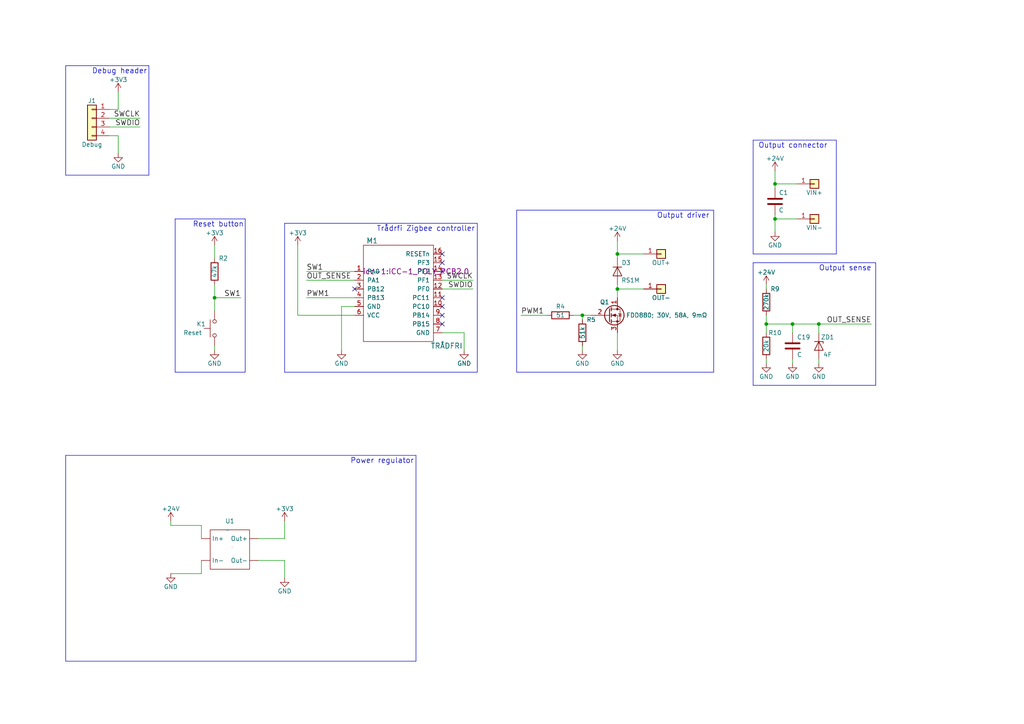
<source format=kicad_sch>
(kicad_sch (version 20230121) (generator eeschema)
  (paper "A4")
  (title_block (title "ICPSLC24-10NA") (date "2018-06-11"))
  (lib_symbols
    (symbol "DC_DC:24_to_3v3"
      (property "Reference" "U" (at 0 2.54 0))
      (symbol "24_to_3v3_0_1"
        (rectangle (start -5.08 0) (end 6.35 -11.43))
        (rectangle (start 1.27 -5.08) (end 1.27 -5.08))
      )
      (symbol "24_to_3v3_1_1"
        (pin power_in line (at -7.62 -2.54 0) (length 2.54) (name "In+") (number ""))
        (pin power_in line (at -7.62 -8.89 0) (length 2.54) (name "In-") (number ""))
        (pin power_out line (at 8.89 -2.54 180) (length 2.54) (name "Out+") (number ""))
        (pin power_out line (at 8.89 -8.89 180) (length 2.54) (name "Out-") (number ""))
      )
    )
    (symbol "ICPSLC24-10NA:+24V" (power) (pin_names (offset 0))
      (property "Value" "+24V" (at 0 3.556 0))
      (symbol "+24V_0_1"
        (polyline (pts (xy -0.762 1.27) (xy 0 2.54)))
        (polyline (pts (xy 0 0) (xy 0 2.54)))
        (polyline (pts (xy 0 2.54) (xy 0.762 1.27)))
      )
      (symbol "+24V_1_1"
        (pin power_in line (at 0 0 90) (length 0) hide (name "+24V") (number "1"))
      )
    )
    (symbol "ICPSLC24-10NA:+3V3" (power) (pin_names (offset 0))
      (property "Value" "+3V3" (at 0 3.556 0))
      (symbol "+3V3_0_1"
        (polyline (pts (xy -0.762 1.27) (xy 0 2.54)))
        (polyline (pts (xy 0 0) (xy 0 2.54)))
        (polyline (pts (xy 0 2.54) (xy 0.762 1.27)))
      )
      (symbol "+3V3_1_1"
        (pin power_in line (at 0 0 90) (length 0) hide (name "+3V3") (number "1"))
      )
    )
    (symbol "ICPSLC24-10NA:C" (pin_numbers hide) (pin_names (offset 0.254))
      (property "Reference" "C" (at 0.635 2.54 0))
      (property "Value" "C" (at 0.635 -2.54 0))
      (symbol "C_0_1"
        (polyline (pts (xy -2.032 -0.762) (xy 2.032 -0.762)) (stroke (width 0.508)))
        (polyline (pts (xy -2.032 0.762) (xy 2.032 0.762)) (stroke (width 0.508)))
      )
      (symbol "C_1_1"
        (pin passive line (at 0 3.81 270) (length 2.794) (name "~") (number "1"))
        (pin passive line (at 0 -3.81 90) (length 2.794) (name "~") (number "2"))
      )
    )
    (symbol "ICPSLC24-10NA:Conn_01x01" (pin_names (offset 1.016) hide)
      (property "Reference" "J" (at 0 2.54 0))
      (property "Value" "Conn_01x01" (at 0 -2.54 0))
      (symbol "Conn_01x01_1_1"
        (rectangle (start -1.27 0.127) (end 0 -0.127) (stroke (width 0.1524)))
        (rectangle (start -1.27 1.27) (end 1.27 -1.27) (stroke (width 0.254)) (fill (type background)))
        (pin passive line (at -5.08 0 0) (length 3.81) (name "Pin_1") (number "1"))
      )
    )
    (symbol "ICPSLC24-10NA:Conn_01x04" (pin_names (offset 1.016) hide)
      (property "Reference" "J" (at 0 5.08 0))
      (property "Value" "Conn_01x04" (at 0 -7.62 0))
      (symbol "Conn_01x04_1_1"
        (rectangle (start -1.27 -4.953) (end 0 -5.207) (stroke (width 0.1524)))
        (rectangle (start -1.27 -2.413) (end 0 -2.667) (stroke (width 0.1524)))
        (rectangle (start -1.27 0.127) (end 0 -0.127) (stroke (width 0.1524)))
        (rectangle (start -1.27 2.667) (end 0 2.413) (stroke (width 0.1524)))
        (rectangle (start -1.27 3.81) (end 1.27 -6.35) (stroke (width 0.254)) (fill (type background)))
        (pin passive line (at -5.08 2.54 0) (length 3.81) (name "Pin_1") (number "1"))
        (pin passive line (at -5.08 0 0) (length 3.81) (name "Pin_2") (number "2"))
        (pin passive line (at -5.08 -2.54 0) (length 3.81) (name "Pin_3") (number "3"))
        (pin passive line (at -5.08 -5.08 0) (length 3.81) (name "Pin_4") (number "4"))
      )
    )
    (symbol "ICPSLC24-10NA:D" (pin_numbers hide) (pin_names (offset 1.016) hide)
      (property "Reference" "D" (at 0 2.54 0))
      (property "Value" "D" (at 0 -2.54 0))
      (symbol "D_0_1"
        (polyline (pts (xy -1.27 1.27) (xy -1.27 -1.27)) (stroke (width 0.2032)))
        (polyline (pts (xy 1.27 0) (xy -1.27 0)))
        (polyline (pts (xy 1.27 1.27) (xy 1.27 -1.27) (xy -1.27 0) (xy 1.27 1.27)) (stroke (width 0.2032)))
      )
      (symbol "D_1_1"
        (pin passive line (at -3.81 0 0) (length 2.54) (name "K") (number "1"))
        (pin passive line (at 3.81 0 180) (length 2.54) (name "A") (number "2"))
      )
    )
    (symbol "ICPSLC24-10NA:D_Zener" (pin_numbers hide) (pin_names (offset 1.016) hide)
      (property "Reference" "D" (at 0 2.54 0))
      (property "Value" "D_Zener" (at 0 -2.54 0))
      (symbol "D_Zener_0_1"
        (polyline (pts (xy 1.27 0) (xy -1.27 0)))
        (polyline (pts (xy -1.27 -1.27) (xy -1.27 1.27) (xy -0.762 1.27)) (stroke (width 0.2032)))
        (polyline (pts (xy 1.27 -1.27) (xy 1.27 1.27) (xy -1.27 0) (xy 1.27 -1.27)) (stroke (width 0.2032)))
      )
      (symbol "D_Zener_1_1"
        (pin passive line (at -3.81 0 0) (length 2.54) (name "K") (number "1"))
        (pin passive line (at 3.81 0 180) (length 2.54) (name "A") (number "2"))
      )
    )
    (symbol "ICPSLC24-10NA:GND" (power) (pin_names (offset 0))
      (property "Value" "GND" (at 0 -3.81 0))
      (symbol "GND_0_1"
        (polyline (pts (xy 0 0) (xy 0 -1.27) (xy 1.27 -1.27) (xy 0 -2.54) (xy -1.27 -1.27) (xy 0 -1.27)))
      )
      (symbol "GND_1_1"
        (pin power_in line (at 0 0 270) (length 0) hide (name "GND") (number "1"))
      )
    )
    (symbol "ICPSLC24-10NA:Q_NMOS_DGS" (pin_names (offset 0) hide)
      (property "Reference" "Q" (at 5.08 1.27 0))
      (property "Value" "Q_NMOS_DGS" (at 5.08 -1.27 0))
      (symbol "Q_NMOS_DGS_0_1"
        (polyline (pts (xy 0.0508 0) (xy 0.254 0)))
        (polyline (pts (xy 0.762 -1.778) (xy 2.54 -1.778)))
        (polyline (pts (xy 0.762 -1.27) (xy 0.762 -2.286)) (stroke (width 0.254)))
        (polyline (pts (xy 0.762 0) (xy 2.54 0)))
        (polyline (pts (xy 0.762 0.508) (xy 0.762 -0.508)) (stroke (width 0.254)))
        (polyline (pts (xy 0.762 1.778) (xy 2.54 1.778)))
        (polyline (pts (xy 0.762 2.286) (xy 0.762 1.27)) (stroke (width 0.254)))
        (polyline (pts (xy 2.54 -1.778) (xy 2.54 -2.54)))
        (polyline (pts (xy 2.54 -1.778) (xy 2.54 0)))
        (polyline (pts (xy 2.54 2.54) (xy 2.54 1.778)))
        (polyline (pts (xy 0.254 1.905) (xy 0.254 -1.905) (xy 0.254 -1.905)) (stroke (width 0.254)))
        (polyline (pts (xy 1.016 0) (xy 2.032 0.381) (xy 2.032 -0.381) (xy 1.016 0)) (fill (type outline)))
        (polyline (pts (xy 2.54 -1.778) (xy 3.302 -1.778) (xy 3.302 1.778) (xy 2.54 1.778)))
        (polyline (pts (xy 2.794 0.508) (xy 2.921 0.381) (xy 3.683 0.381) (xy 3.81 0.254)))
        (polyline (pts (xy 3.302 0.381) (xy 2.921 -0.254) (xy 3.683 -0.254) (xy 3.302 0.381)))
        (circle (center 1.651 0) (radius 2.8194) (stroke (width 0.254)))
        (circle (center 2.54 -1.778) (radius 0.2794) (fill (type outline)))
        (circle (center 2.54 1.778) (radius 0.2794) (fill (type outline)))
      )
      (symbol "Q_NMOS_DGS_1_1"
        (pin passive line (at 2.54 5.08 270) (length 2.54) (name "D") (number "1"))
        (pin input line (at -5.08 0 0) (length 5.08) (name "G") (number "2"))
        (pin passive line (at 2.54 -5.08 90) (length 2.54) (name "S") (number "3"))
      )
    )
    (symbol "ICPSLC24-10NA:R" (pin_numbers hide) (pin_names (offset 0))
      (property "Reference" "R" (at 2.032 0 90))
      (property "Value" "R" (at 0 0 90))
      (symbol "R_0_1"
        (rectangle (start -1.016 -2.54) (end 1.016 2.54) (stroke (width 0.254)))
      )
      (symbol "R_1_1"
        (pin passive line (at 0 3.81 270) (length 1.27) (name "~") (number "1"))
        (pin passive line (at 0 -3.81 90) (length 1.27) (name "~") (number "2"))
      )
    )
    (symbol "ICPSLC24-10NA:SW_Push" (pin_numbers hide) (pin_names (offset 1.016) hide)
      (property "Reference" "SW" (at 1.27 2.54 0))
      (property "Value" "SW_Push" (at 0 -1.524 0))
      (symbol "SW_Push_0_1"
        (circle (center -2.032 0) (radius 0.508))
        (polyline (pts (xy 0 1.27) (xy 0 3.048)))
        (polyline (pts (xy 2.54 1.27) (xy -2.54 1.27)))
        (circle (center 2.032 0) (radius 0.508))
        (pin passive line (at -5.08 0 0) (length 2.54) (name "1") (number "1"))
        (pin passive line (at 5.08 0 180) (length 2.54) (name "2") (number "2"))
      )
    )
    (symbol "ICPSLC24-10NA:TRADFRI" (pin_names (offset 1.016))
      (property "Reference" "U" (at -12.7 8.89 0))
      (property "Value" "TRADFRI" (at 0 8.89 0))
      (symbol "TRADFRI_0_1"
        (rectangle (start -15.24 7.62) (end 5.08 -20.32))
      )
      (symbol "TRADFRI_1_1"
        (pin passive line (at -17.78 0 0) (length 2.54) (name "PA0") (number "1"))
        (pin passive line (at 7.62 -10.16 180) (length 2.54) (name "PC10") (number "10"))
        (pin passive line (at 7.62 -7.62 180) (length 2.54) (name "PC11") (number "11"))
        (pin passive line (at 7.62 -5.08 180) (length 2.54) (name "PF0") (number "12"))
        (pin passive line (at 7.62 -2.54 180) (length 2.54) (name "PF1") (number "13"))
        (pin passive line (at 7.62 0 180) (length 2.54) (name "PF2") (number "14"))
        (pin passive line (at 7.62 2.54 180) (length 2.54) (name "PF3") (number "15"))
        (pin passive line (at 7.62 5.08 180) (length 2.54) (name "RESETn") (number "16"))
        (pin passive line (at -17.78 -2.54 0) (length 2.54) (name "PA1") (number "2"))
        (pin passive line (at -17.78 -5.08 0) (length 2.54) (name "PB12") (number "3"))
        (pin passive line (at -17.78 -7.62 0) (length 2.54) (name "PB13") (number "4"))
        (pin power_out line (at -17.78 -10.16 0) (length 2.54) (name "GND") (number "5"))
        (pin power_in line (at -17.78 -12.7 0) (length 2.54) (name "VCC") (number "6"))
        (pin power_out line (at 7.62 -17.78 180) (length 2.54) (name "GND") (number "7"))
        (pin passive line (at 7.62 -15.24 180) (length 2.54) (name "PB15") (number "8"))
        (pin passive line (at 7.62 -12.7 180) (length 2.54) (name "PB14") (number "9"))
      )
    )
  )
  (junction (at 179.07 73.66))
  (junction (at 224.79 63.5))
  (junction (at 222.25 93.98))
  (junction (at 237.49 93.98))
  (junction (at 62.23 86.36))
  (junction (at 224.79 53.34))
  (junction (at 168.91 91.44))
  (junction (at 229.87 93.98))
  (junction (at 179.07 83.82))
  (no_connect (at 128.27 73.66))
  (no_connect (at 102.87 83.82))
  (no_connect (at 128.27 91.44))
  (no_connect (at 128.27 88.9))
  (no_connect (at 128.27 86.36))
  (no_connect (at 128.27 93.98))
  (no_connect (at 128.27 78.74))
  (no_connect (at 128.27 76.2))
  (wire (pts (xy 222.25 93.98) (xy 222.25 96.52)))
  (wire (pts (xy 158.75 91.44) (xy 151.13 91.44)))
  (wire (pts (xy 224.79 63.5) (xy 224.79 67.31)))
  (polyline (pts (xy 43.18 19.05) (xy 19.05 19.05)))
  (polyline (pts (xy 218.44 40.64) (xy 242.57 40.64)))
  (polyline (pts (xy 149.86 107.95) (xy 149.86 60.96)))
  (wire (pts (xy 62.23 82.55) (xy 62.23 86.36)))
  (wire (pts (xy 179.07 82.55) (xy 179.07 83.82)))
  (wire (pts (xy 58.42 166.37) (xy 58.42 162.56)))
  (polyline (pts (xy 218.44 73.66) (xy 242.57 73.66)))
  (wire (pts (xy 99.06 88.9) (xy 99.06 101.6)))
  (wire (pts (xy 179.07 83.82) (xy 186.69 83.82)))
  (wire (pts (xy 86.36 91.44) (xy 86.36 71.12)))
  (wire (pts (xy 168.91 91.44) (xy 171.45 91.44)))
  (wire (pts (xy 229.87 104.14) (xy 229.87 105.41)))
  (wire (pts (xy 40.64 34.29) (xy 31.75 34.29)))
  (wire (pts (xy 179.07 73.66) (xy 179.07 74.93)))
  (wire (pts (xy 222.25 104.14) (xy 222.25 105.41)))
  (polyline (pts (xy 254 111.76) (xy 218.44 111.76)))
  (polyline (pts (xy 149.86 60.96) (xy 207.01 60.96)))
  (wire (pts (xy 49.53 166.37) (xy 58.42 166.37)))
  (wire (pts (xy 34.29 39.37) (xy 34.29 44.45)))
  (wire (pts (xy 128.27 96.52) (xy 134.62 96.52)))
  (wire (pts (xy 231.14 53.34) (xy 224.79 53.34)))
  (wire (pts (xy 166.37 91.44) (xy 168.91 91.44)))
  (polyline (pts (xy 82.55 107.95) (xy 82.55 64.77)))
  (wire (pts (xy 82.55 156.21) (xy 82.55 151.13)))
  (polyline (pts (xy 19.05 191.77) (xy 120.65 191.77)))
  (polyline (pts (xy 43.18 50.8) (xy 43.18 19.05)))
  (polyline (pts (xy 71.12 107.95) (xy 50.8 107.95)))
  (wire (pts (xy 74.93 162.56) (xy 82.55 162.56)))
  (wire (pts (xy 222.25 93.98) (xy 229.87 93.98)))
  (wire (pts (xy 224.79 62.23) (xy 224.79 63.5)))
  (wire (pts (xy 231.14 63.5) (xy 224.79 63.5)))
  (polyline (pts (xy 254 76.2) (xy 254 111.76)))
  (wire (pts (xy 49.53 152.4) (xy 58.42 152.4)))
  (wire (pts (xy 134.62 96.52) (xy 134.62 101.6)))
  (polyline (pts (xy 207.01 107.95) (xy 149.86 107.95)))
  (polyline (pts (xy 19.05 132.08) (xy 19.05 191.77)))
  (wire (pts (xy 102.87 91.44) (xy 86.36 91.44)))
  (polyline (pts (xy 50.8 63.5) (xy 71.12 63.5)))
  (wire (pts (xy 88.9 78.74) (xy 102.87 78.74)))
  (wire (pts (xy 237.49 104.14) (xy 237.49 105.41)))
  (wire (pts (xy 168.91 92.71) (xy 168.91 91.44)))
  (polyline (pts (xy 71.12 63.5) (xy 71.12 107.95)))
  (polyline (pts (xy 207.01 60.96) (xy 207.01 107.95)))
  (wire (pts (xy 49.53 151.13) (xy 49.53 152.4)))
  (polyline (pts (xy 82.55 64.77) (xy 138.43 64.77)))
  (wire (pts (xy 179.07 69.85) (xy 179.07 73.66)))
  (wire (pts (xy 34.29 39.37) (xy 31.75 39.37)))
  (wire (pts (xy 62.23 86.36) (xy 62.23 90.17)))
  (wire (pts (xy 82.55 162.56) (xy 82.55 167.64)))
  (wire (pts (xy 224.79 49.53) (xy 224.79 53.34)))
  (wire (pts (xy 88.9 86.36) (xy 102.87 86.36)))
  (wire (pts (xy 237.49 96.52) (xy 237.49 93.98)))
  (wire (pts (xy 224.79 53.34) (xy 224.79 54.61)))
  (wire (pts (xy 128.27 83.82) (xy 137.16 83.82)))
  (wire (pts (xy 102.87 81.28) (xy 88.9 81.28)))
  (polyline (pts (xy 19.05 50.8) (xy 43.18 50.8)))
  (wire (pts (xy 237.49 93.98) (xy 252.73 93.98)))
  (polyline (pts (xy 242.57 73.66) (xy 242.57 40.64)))
  (wire (pts (xy 62.23 100.33) (xy 62.23 101.6)))
  (polyline (pts (xy 218.44 40.64) (xy 218.44 73.66)))
  (wire (pts (xy 229.87 93.98) (xy 237.49 93.98)))
  (wire (pts (xy 58.42 152.4) (xy 58.42 156.21)))
  (wire (pts (xy 62.23 71.12) (xy 62.23 74.93)))
  (wire (pts (xy 34.29 26.67) (xy 34.29 31.75)))
  (polyline (pts (xy 138.43 107.95) (xy 82.55 107.95)))
  (polyline (pts (xy 19.05 19.05) (xy 19.05 50.8)))
  (wire (pts (xy 34.29 31.75) (xy 31.75 31.75)))
  (wire (pts (xy 62.23 86.36) (xy 69.85 86.36)))
  (polyline (pts (xy 218.44 76.2) (xy 254 76.2)))
  (wire (pts (xy 128.27 81.28) (xy 137.16 81.28)))
  (wire (pts (xy 179.07 96.52) (xy 179.07 101.6)))
  (wire (pts (xy 31.75 36.83) (xy 40.64 36.83)))
  (wire (pts (xy 222.25 82.55) (xy 222.25 83.82)))
  (wire (pts (xy 229.87 93.98) (xy 229.87 96.52)))
  (polyline (pts (xy 120.65 191.77) (xy 120.65 132.08)))
  (polyline (pts (xy 218.44 111.76) (xy 218.44 76.2)))
  (wire (pts (xy 179.07 83.82) (xy 179.07 86.36)))
  (wire (pts (xy 168.91 100.33) (xy 168.91 101.6)))
  (polyline (pts (xy 120.65 132.08) (xy 19.05 132.08)))
  (polyline (pts (xy 50.8 107.95) (xy 50.8 63.5)))
  (wire (pts (xy 179.07 73.66) (xy 186.69 73.66)))
  (wire (pts (xy 222.25 91.44) (xy 222.25 93.98)))
  (polyline (pts (xy 138.43 64.77) (xy 138.43 107.95)))
  (wire (pts (xy 74.93 156.21) (xy 82.55 156.21)))
  (wire (pts (xy 102.87 88.9) (xy 99.06 88.9)))
  (text "Debug header" (at 26.67 21.59 0) (effects (font (size 1.524 1.524)) (justify left bottom)))
  (text "Power regulator" (at 101.6 134.62 0) (effects (font (size 1.524 1.524)) (justify left bottom)))
  (text "Output sense" (at 237.49 78.74 0) (effects (font (size 1.524 1.524)) (justify left bottom)))
  (text "Output connector" (at 240.03 43.18 0) (effects (font (size 1.524 1.524)) (justify right bottom)))
  (text "Output driver" (at 190.5 63.5 0) (effects (font (size 1.524 1.524)) (justify left bottom)))
  (text "Trådrfi Zigbee controller" (at 109.22 67.31 0) (effects (font (size 1.524 1.524)) (justify left bottom)))
  (text "Reset button" (at 55.88 66.04 0) (effects (font (size 1.524 1.524)) (justify left bottom)))
  (label "SW1" (at 88.9 78.74 0) (effects (font (size 1.524 1.524))))
  (label "SWCLK" (at 40.64 34.29 180) (effects (font (size 1.524 1.524))))
  (label "OUT_SENSE" (at 88.9 81.28 0) (effects (font (size 1.524 1.524))))
  (label "SWDIO" (at 40.64 36.83 180) (effects (font (size 1.524 1.524))))
  (label "SW1" (at 69.85 86.36 180) (effects (font (size 1.524 1.524))))
  (label "SWDIO" (at 137.16 83.82 180) (effects (font (size 1.524 1.524))))
  (label "PWM1" (at 151.13 91.44 0) (effects (font (size 1.524 1.524))))
  (label "SWCLK" (at 137.16 81.28 180) (effects (font (size 1.524 1.524))))
  (label "PWM1" (at 88.9 86.36 0) (effects (font (size 1.524 1.524))))
  (label "OUT_SENSE" (at 252.73 93.98 180) (effects (font (size 1.524 1.524))))
  (symbol (lib_id "ICPSLC24-10NA:Q_NMOS_DGS") (at 176.53 91.44 0) (unit 1)
    (property "Reference" "Q1" (at 173.99 87.63 0) (effects (justify left)))
    (property "Value" "FDD880; 30V, 58A, 9mΩ" (at 181.61 91.44 0) (effects (justify left)))
    (property "Footprint" "FDD8880:DPAK_ONS" (effects hide))
    (property "Datasheet" "http://www.onsemi.com/pub/Collateral/FDD8880-D.PDF" (effects hide))
  )
  (symbol (lib_id "ICPSLC24-10NA:TRADFRI") (at 120.65 78.74 0) (unit 1)
    (property "Reference" "M1" (at 107.95 69.85 0) (effects (font (size 1.524 1.524))))
    (property "Value" "TRÅDFRI" (at 129.54 100.33 0) (effects (font (size 1.524 1.524))))
    (property "Footprint" "icc-1:ICC-1_POLY_PCB2.0" (at 120.65 78.74 0) (effects (font (size 1.524 1.524))))
  )
  (symbol (lib_id "ICPSLC24-10NA:D") (at 179.07 78.74 270) (unit 1)
    (property "Reference" "D3" (at 181.61 76.2 90))
    (property "Value" "RS1M" (at 182.88 81.28 90))
    (property "Footprint" "RS1M:SMA_DIO" (effects hide))
  )
  (symbol (lib_id "ICPSLC24-10NA:SW_Push") (at 62.23 95.25 90) (unit 1)
    (property "Reference" "K1" (at 59.69 93.98 90) (effects (justify left)))
    (property "Value" "Reset" (at 55.88 96.52 90))
    (property "Footprint" "PTS641SM34SMTR2LFS:PTS641" (effects hide))
  )
  (symbol (lib_id "ICPSLC24-10NA:D_Zener") (at 237.49 100.33 270) (unit 1)
    (property "Reference" "ZD1" (at 240.03 97.79 90))
    (property "Value" "4F" (at 240.03 102.87 90))
    (property "Footprint" "Diode_SMD:D_SOD-123" (effects hide))
  )
  (symbol (lib_id "ICPSLC24-10NA:Conn_01x01") (at 236.22 63.5 0) (unit 1)
    (property "Reference" "IN2" (effects hide))
    (property "Value" "VIN-" (at 236.22 66.04 0))
  )
  (symbol (lib_id "ICPSLC24-10NA:Conn_01x01") (at 236.22 53.34 0) (unit 1)
    (property "Reference" "IN1" (effects hide))
    (property "Value" "VIN+" (at 236.22 55.88 0))
  )
  (symbol (lib_id "ICPSLC24-10NA:Conn_01x01") (at 191.77 73.66 0) (unit 1)
    (property "Reference" "OUT1" (effects hide))
    (property "Value" "OUT+" (at 191.77 76.2 0))
  )
  (symbol (lib_id "ICPSLC24-10NA:Conn_01x01") (at 191.77 83.82 0) (unit 1)
    (property "Reference" "OUT2" (effects hide))
    (property "Value" "OUT-" (at 191.77 86.36 0))
  )
  (symbol (lib_id "ICPSLC24-10NA:Conn_01x04") (at 26.67 34.29 0) (mirror y) (unit 1)
    (property "Reference" "J1" (at 26.67 29.21 0))
    (property "Value" "Debug" (at 26.67 41.91 0))
  )
  (symbol (lib_id "ICPSLC24-10NA:C") (at 224.79 58.42 0) (mirror y) (unit 1)
    (property "Reference" "C1" (at 228.6 55.88 0) (effects (justify left)))
    (property "Value" "C" (at 227.33 60.96 0) (effects (justify left)))
    (property "Footprint" "Capacitor_SMD:C_1206_3216Metric_Pad1.33x1.80mm_HandSolder" (effects hide))
  )
  (symbol (lib_id "ICPSLC24-10NA:R") (at 62.23 78.74 0) (unit 1)
    (property "Reference" "R2" (at 64.77 74.93 0))
    (property "Value" "47k" (at 62.23 78.74 90))
    (property "Footprint" "Resistor_SMD:R_0805_2012Metric_Pad1.20x1.40mm_HandSolder" (effects hide))
  )
  (symbol (lib_id "ICPSLC24-10NA:R") (at 162.56 91.44 270) (unit 1)
    (property "Reference" "R4" (at 162.56 88.9 90))
    (property "Value" "51" (at 162.56 91.44 90))
    (property "Footprint" "Resistor_SMD:R_0805_2012Metric_Pad1.20x1.40mm_HandSolder" (effects hide))
  )
  (symbol (lib_id "ICPSLC24-10NA:R") (at 168.91 96.52 0) (unit 1)
    (property "Reference" "R5" (at 171.45 92.71 0))
    (property "Value" "51k" (at 168.91 96.52 90))
    (property "Footprint" "Resistor_SMD:R_0805_2012Metric_Pad1.20x1.40mm_HandSolder" (effects hide))
  )
  (symbol (lib_id "ICPSLC24-10NA:R") (at 222.25 87.63 0) (unit 1)
    (property "Reference" "R9" (at 224.79 83.82 0))
    (property "Value" "270k" (at 222.25 87.63 90))
    (property "Footprint" "Resistor_SMD:R_0805_2012Metric_Pad1.20x1.40mm_HandSolder" (effects hide))
  )
  (symbol (lib_id "ICPSLC24-10NA:R") (at 222.25 100.33 0) (unit 1)
    (property "Reference" "R10" (at 224.79 96.52 0))
    (property "Value" "20k" (at 222.25 100.33 90))
    (property "Footprint" "Resistor_SMD:R_0805_2012Metric_Pad1.20x1.40mm_HandSolder" (effects hide))
    (property "Precision" "<=1%" (effects hide))
  )
  (symbol (lib_id "ICPSLC24-10NA:C") (at 229.87 100.33 0) (unit 1)
    (property "Reference" "C19" (at 231.14 97.79 0) (effects (justify left)))
    (property "Value" "C" (at 231.14 102.87 0) (effects (justify left)))
    (property "Footprint" "Capacitor_SMD:C_0805_2012Metric_Pad1.18x1.45mm_HandSolder" (effects hide))
  )
  (symbol (lib_id "ICPSLC24-10NA:+24V") (at 224.79 49.53 0) (mirror y) (unit 1)
    (property "Reference" "#PWR0119" (effects hide))
    (property "Value" "+24V" (at 224.79 45.974 0))
  )
  (symbol (lib_id "ICPSLC24-10NA:GND") (at 224.79 67.31 0) (mirror y) (unit 1)
    (property "Reference" "#PWR0121" (effects hide))
    (property "Value" "GND" (at 224.79 71.12 0))
  )
  (symbol (lib_id "ICPSLC24-10NA:+24V") (at 179.07 69.85 0) (unit 1)
    (property "Reference" "#PWR0123" (effects hide))
    (property "Value" "+24V" (at 179.07 66.294 0))
  )
  (symbol (lib_id "ICPSLC24-10NA:GND") (at 34.29 44.45 0) (mirror y) (unit 1)
    (property "Reference" "#PWR0109" (effects hide))
    (property "Value" "GND" (at 34.29 48.26 0))
  )
  (symbol (lib_id "ICPSLC24-10NA:+3V3") (at 34.29 26.67 0) (mirror y) (unit 1)
    (property "Reference" "#PWR0110" (effects hide))
    (property "Value" "+3V3" (at 34.29 23.114 0))
  )
  (symbol (lib_id "ICPSLC24-10NA:GND") (at 62.23 101.6 0) (unit 1)
    (property "Reference" "#PWR0103" (effects hide))
    (property "Value" "GND" (at 62.23 105.41 0))
  )
  (symbol (lib_id "ICPSLC24-10NA:+3V3") (at 62.23 71.12 0) (unit 1)
    (property "Reference" "#PWR0111" (effects hide))
    (property "Value" "+3V3" (at 62.23 67.564 0))
  )
  (symbol (lib_id "ICPSLC24-10NA:GND") (at 179.07 101.6 0) (unit 1)
    (property "Reference" "#PWR0124" (effects hide))
    (property "Value" "GND" (at 179.07 105.41 0))
  )
  (symbol (lib_id "ICPSLC24-10NA:GND") (at 168.91 101.6 0) (unit 1)
    (property "Reference" "#PWR0125" (effects hide))
    (property "Value" "GND" (at 168.91 105.41 0))
  )
  (symbol (lib_id "ICPSLC24-10NA:GND") (at 134.62 101.6 0) (unit 1)
    (property "Reference" "#PWR0122" (effects hide))
    (property "Value" "GND" (at 134.62 105.41 0))
  )
  (symbol (lib_id "ICPSLC24-10NA:GND") (at 99.06 101.6 0) (unit 1)
    (property "Reference" "#PWR0101" (effects hide))
    (property "Value" "GND" (at 99.06 105.41 0))
  )
  (symbol (lib_id "ICPSLC24-10NA:+3V3") (at 86.36 71.12 0) (unit 1)
    (property "Reference" "#PWR0102" (effects hide))
    (property "Value" "+3V3" (at 86.36 67.564 0))
  )
  (symbol (lib_id "ICPSLC24-10NA:GND") (at 222.25 105.41 0) (unit 1)
    (property "Reference" "#PWR0117" (effects hide))
    (property "Value" "GND" (at 222.25 109.22 0))
  )
  (symbol (lib_id "ICPSLC24-10NA:GND") (at 229.87 105.41 0) (unit 1)
    (property "Reference" "#PWR0116" (effects hide))
    (property "Value" "GND" (at 229.87 109.22 0))
  )
  (symbol (lib_id "ICPSLC24-10NA:GND") (at 237.49 105.41 0) (unit 1)
    (property "Reference" "#PWR0118" (effects hide))
    (property "Value" "GND" (at 237.49 109.22 0))
  )
  (symbol (lib_id "ICPSLC24-10NA:+24V") (at 222.25 82.55 0) (unit 1)
    (property "Reference" "#PWR0120" (effects hide))
    (property "Value" "+24V" (at 222.25 78.994 0))
  )
  (symbol (lib_id "ICPSLC24-10NA:GND") (at 49.53 166.37 0) (unit 1)
    (property "Reference" "#PWR0114" (effects hide))
    (property "Value" "GND" (at 49.53 170.18 0))
  )
  (symbol (lib_id "ICPSLC24-10NA:+3V3") (at 82.55 151.13 0) (unit 1)
    (property "Reference" "#PWR0108" (effects hide))
    (property "Value" "+3V3" (at 82.55 147.574 0))
  )
  (symbol (lib_id "ICPSLC24-10NA:+24V") (at 49.53 151.13 0) (unit 1)
    (property "Reference" "#PWR0115" (effects hide))
    (property "Value" "+24V" (at 49.53 147.574 0))
  )
  (symbol (lib_id "ICPSLC24-10NA:GND") (at 82.55 167.64 0) (unit 1)
    (property "Reference" "#PWR0104" (effects hide))
    (property "Value" "GND" (at 82.55 171.45 0))
  )
  (symbol (lib_id "DC_DC:24_to_3v3") (at 66.04 153.67 0) (unit 1)
    (property "Reference" "U1" (at 66.675 151.13 0))
    (property "Value" "~" (at 66.04 153.67 0))
  )
)
</source>
